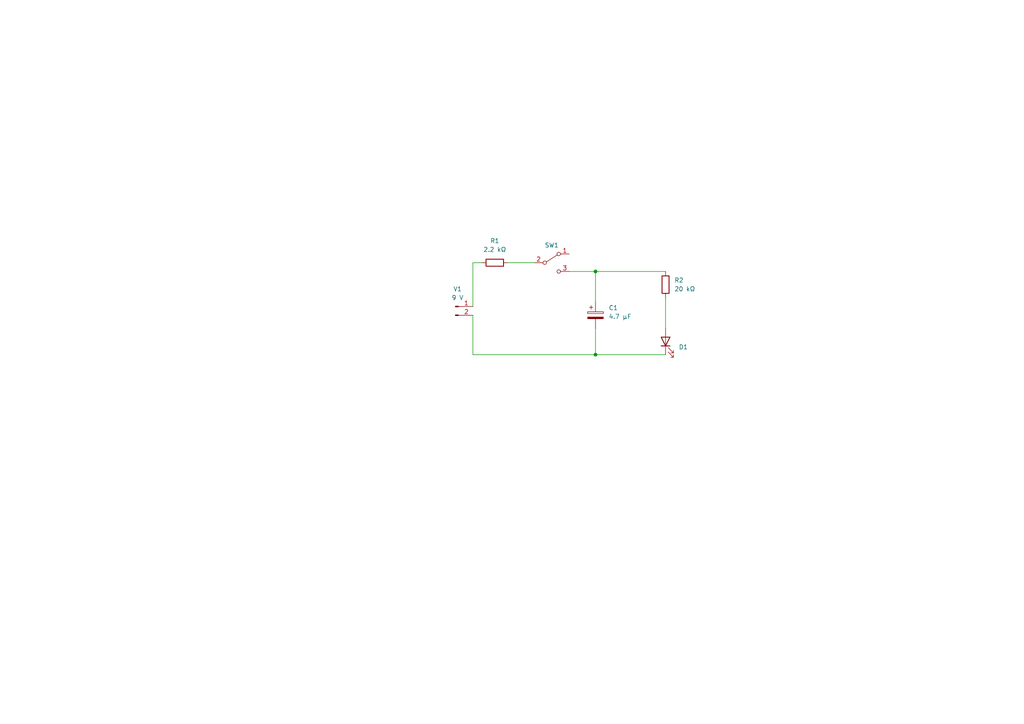
<source format=kicad_sch>
(kicad_sch (version 20211123) (generator eeschema)

  (uuid ff98f1bd-1051-40cd-bc2c-10f9bdc31d72)

  (paper "A4")

  (lib_symbols
    (symbol "Connector:Conn_01x02_Male" (pin_names (offset 1.016) hide) (in_bom yes) (on_board yes)
      (property "Reference" "J" (id 0) (at 0 2.54 0)
        (effects (font (size 1.27 1.27)))
      )
      (property "Value" "Conn_01x02_Male" (id 1) (at 0 -5.08 0)
        (effects (font (size 1.27 1.27)))
      )
      (property "Footprint" "" (id 2) (at 0 0 0)
        (effects (font (size 1.27 1.27)) hide)
      )
      (property "Datasheet" "~" (id 3) (at 0 0 0)
        (effects (font (size 1.27 1.27)) hide)
      )
      (property "ki_keywords" "connector" (id 4) (at 0 0 0)
        (effects (font (size 1.27 1.27)) hide)
      )
      (property "ki_description" "Generic connector, single row, 01x02, script generated (kicad-library-utils/schlib/autogen/connector/)" (id 5) (at 0 0 0)
        (effects (font (size 1.27 1.27)) hide)
      )
      (property "ki_fp_filters" "Connector*:*_1x??_*" (id 6) (at 0 0 0)
        (effects (font (size 1.27 1.27)) hide)
      )
      (symbol "Conn_01x02_Male_1_1"
        (polyline
          (pts
            (xy 1.27 -2.54)
            (xy 0.8636 -2.54)
          )
          (stroke (width 0.1524) (type default) (color 0 0 0 0))
          (fill (type none))
        )
        (polyline
          (pts
            (xy 1.27 0)
            (xy 0.8636 0)
          )
          (stroke (width 0.1524) (type default) (color 0 0 0 0))
          (fill (type none))
        )
        (rectangle (start 0.8636 -2.413) (end 0 -2.667)
          (stroke (width 0.1524) (type default) (color 0 0 0 0))
          (fill (type outline))
        )
        (rectangle (start 0.8636 0.127) (end 0 -0.127)
          (stroke (width 0.1524) (type default) (color 0 0 0 0))
          (fill (type outline))
        )
        (pin passive line (at 5.08 0 180) (length 3.81)
          (name "Pin_1" (effects (font (size 1.27 1.27))))
          (number "1" (effects (font (size 1.27 1.27))))
        )
        (pin passive line (at 5.08 -2.54 180) (length 3.81)
          (name "Pin_2" (effects (font (size 1.27 1.27))))
          (number "2" (effects (font (size 1.27 1.27))))
        )
      )
    )
    (symbol "Device:C_Polarized" (pin_numbers hide) (pin_names (offset 0.254)) (in_bom yes) (on_board yes)
      (property "Reference" "C" (id 0) (at 0.635 2.54 0)
        (effects (font (size 1.27 1.27)) (justify left))
      )
      (property "Value" "C_Polarized" (id 1) (at 0.635 -2.54 0)
        (effects (font (size 1.27 1.27)) (justify left))
      )
      (property "Footprint" "" (id 2) (at 0.9652 -3.81 0)
        (effects (font (size 1.27 1.27)) hide)
      )
      (property "Datasheet" "~" (id 3) (at 0 0 0)
        (effects (font (size 1.27 1.27)) hide)
      )
      (property "ki_keywords" "cap capacitor" (id 4) (at 0 0 0)
        (effects (font (size 1.27 1.27)) hide)
      )
      (property "ki_description" "Polarized capacitor" (id 5) (at 0 0 0)
        (effects (font (size 1.27 1.27)) hide)
      )
      (property "ki_fp_filters" "CP_*" (id 6) (at 0 0 0)
        (effects (font (size 1.27 1.27)) hide)
      )
      (symbol "C_Polarized_0_1"
        (rectangle (start -2.286 0.508) (end 2.286 1.016)
          (stroke (width 0) (type default) (color 0 0 0 0))
          (fill (type none))
        )
        (polyline
          (pts
            (xy -1.778 2.286)
            (xy -0.762 2.286)
          )
          (stroke (width 0) (type default) (color 0 0 0 0))
          (fill (type none))
        )
        (polyline
          (pts
            (xy -1.27 2.794)
            (xy -1.27 1.778)
          )
          (stroke (width 0) (type default) (color 0 0 0 0))
          (fill (type none))
        )
        (rectangle (start 2.286 -0.508) (end -2.286 -1.016)
          (stroke (width 0) (type default) (color 0 0 0 0))
          (fill (type outline))
        )
      )
      (symbol "C_Polarized_1_1"
        (pin passive line (at 0 3.81 270) (length 2.794)
          (name "~" (effects (font (size 1.27 1.27))))
          (number "1" (effects (font (size 1.27 1.27))))
        )
        (pin passive line (at 0 -3.81 90) (length 2.794)
          (name "~" (effects (font (size 1.27 1.27))))
          (number "2" (effects (font (size 1.27 1.27))))
        )
      )
    )
    (symbol "Device:LED" (pin_numbers hide) (pin_names (offset 1.016) hide) (in_bom yes) (on_board yes)
      (property "Reference" "D" (id 0) (at 0 2.54 0)
        (effects (font (size 1.27 1.27)))
      )
      (property "Value" "LED" (id 1) (at 0 -2.54 0)
        (effects (font (size 1.27 1.27)))
      )
      (property "Footprint" "" (id 2) (at 0 0 0)
        (effects (font (size 1.27 1.27)) hide)
      )
      (property "Datasheet" "~" (id 3) (at 0 0 0)
        (effects (font (size 1.27 1.27)) hide)
      )
      (property "ki_keywords" "LED diode" (id 4) (at 0 0 0)
        (effects (font (size 1.27 1.27)) hide)
      )
      (property "ki_description" "Light emitting diode" (id 5) (at 0 0 0)
        (effects (font (size 1.27 1.27)) hide)
      )
      (property "ki_fp_filters" "LED* LED_SMD:* LED_THT:*" (id 6) (at 0 0 0)
        (effects (font (size 1.27 1.27)) hide)
      )
      (symbol "LED_0_1"
        (polyline
          (pts
            (xy -1.27 -1.27)
            (xy -1.27 1.27)
          )
          (stroke (width 0.254) (type default) (color 0 0 0 0))
          (fill (type none))
        )
        (polyline
          (pts
            (xy -1.27 0)
            (xy 1.27 0)
          )
          (stroke (width 0) (type default) (color 0 0 0 0))
          (fill (type none))
        )
        (polyline
          (pts
            (xy 1.27 -1.27)
            (xy 1.27 1.27)
            (xy -1.27 0)
            (xy 1.27 -1.27)
          )
          (stroke (width 0.254) (type default) (color 0 0 0 0))
          (fill (type none))
        )
        (polyline
          (pts
            (xy -3.048 -0.762)
            (xy -4.572 -2.286)
            (xy -3.81 -2.286)
            (xy -4.572 -2.286)
            (xy -4.572 -1.524)
          )
          (stroke (width 0) (type default) (color 0 0 0 0))
          (fill (type none))
        )
        (polyline
          (pts
            (xy -1.778 -0.762)
            (xy -3.302 -2.286)
            (xy -2.54 -2.286)
            (xy -3.302 -2.286)
            (xy -3.302 -1.524)
          )
          (stroke (width 0) (type default) (color 0 0 0 0))
          (fill (type none))
        )
      )
      (symbol "LED_1_1"
        (pin passive line (at -3.81 0 0) (length 2.54)
          (name "K" (effects (font (size 1.27 1.27))))
          (number "1" (effects (font (size 1.27 1.27))))
        )
        (pin passive line (at 3.81 0 180) (length 2.54)
          (name "A" (effects (font (size 1.27 1.27))))
          (number "2" (effects (font (size 1.27 1.27))))
        )
      )
    )
    (symbol "Device:R" (pin_numbers hide) (pin_names (offset 0)) (in_bom yes) (on_board yes)
      (property "Reference" "R" (id 0) (at 2.032 0 90)
        (effects (font (size 1.27 1.27)))
      )
      (property "Value" "R" (id 1) (at 0 0 90)
        (effects (font (size 1.27 1.27)))
      )
      (property "Footprint" "" (id 2) (at -1.778 0 90)
        (effects (font (size 1.27 1.27)) hide)
      )
      (property "Datasheet" "~" (id 3) (at 0 0 0)
        (effects (font (size 1.27 1.27)) hide)
      )
      (property "ki_keywords" "R res resistor" (id 4) (at 0 0 0)
        (effects (font (size 1.27 1.27)) hide)
      )
      (property "ki_description" "Resistor" (id 5) (at 0 0 0)
        (effects (font (size 1.27 1.27)) hide)
      )
      (property "ki_fp_filters" "R_*" (id 6) (at 0 0 0)
        (effects (font (size 1.27 1.27)) hide)
      )
      (symbol "R_0_1"
        (rectangle (start -1.016 -2.54) (end 1.016 2.54)
          (stroke (width 0.254) (type default) (color 0 0 0 0))
          (fill (type none))
        )
      )
      (symbol "R_1_1"
        (pin passive line (at 0 3.81 270) (length 1.27)
          (name "~" (effects (font (size 1.27 1.27))))
          (number "1" (effects (font (size 1.27 1.27))))
        )
        (pin passive line (at 0 -3.81 90) (length 1.27)
          (name "~" (effects (font (size 1.27 1.27))))
          (number "2" (effects (font (size 1.27 1.27))))
        )
      )
    )
    (symbol "Switch:SW_SPDT" (pin_names (offset 0) hide) (in_bom yes) (on_board yes)
      (property "Reference" "SW" (id 0) (at 0 4.318 0)
        (effects (font (size 1.27 1.27)))
      )
      (property "Value" "SW_SPDT" (id 1) (at 0 -5.08 0)
        (effects (font (size 1.27 1.27)))
      )
      (property "Footprint" "" (id 2) (at 0 0 0)
        (effects (font (size 1.27 1.27)) hide)
      )
      (property "Datasheet" "~" (id 3) (at 0 0 0)
        (effects (font (size 1.27 1.27)) hide)
      )
      (property "ki_keywords" "switch single-pole double-throw spdt ON-ON" (id 4) (at 0 0 0)
        (effects (font (size 1.27 1.27)) hide)
      )
      (property "ki_description" "Switch, single pole double throw" (id 5) (at 0 0 0)
        (effects (font (size 1.27 1.27)) hide)
      )
      (symbol "SW_SPDT_0_0"
        (circle (center -2.032 0) (radius 0.508)
          (stroke (width 0) (type default) (color 0 0 0 0))
          (fill (type none))
        )
        (circle (center 2.032 -2.54) (radius 0.508)
          (stroke (width 0) (type default) (color 0 0 0 0))
          (fill (type none))
        )
      )
      (symbol "SW_SPDT_0_1"
        (polyline
          (pts
            (xy -1.524 0.254)
            (xy 1.651 2.286)
          )
          (stroke (width 0) (type default) (color 0 0 0 0))
          (fill (type none))
        )
        (circle (center 2.032 2.54) (radius 0.508)
          (stroke (width 0) (type default) (color 0 0 0 0))
          (fill (type none))
        )
      )
      (symbol "SW_SPDT_1_1"
        (pin passive line (at 5.08 2.54 180) (length 2.54)
          (name "A" (effects (font (size 1.27 1.27))))
          (number "1" (effects (font (size 1.27 1.27))))
        )
        (pin passive line (at -5.08 0 0) (length 2.54)
          (name "B" (effects (font (size 1.27 1.27))))
          (number "2" (effects (font (size 1.27 1.27))))
        )
        (pin passive line (at 5.08 -2.54 180) (length 2.54)
          (name "C" (effects (font (size 1.27 1.27))))
          (number "3" (effects (font (size 1.27 1.27))))
        )
      )
    )
  )


  (junction (at 172.72 102.87) (diameter 0) (color 0 0 0 0)
    (uuid bc5a8237-19ae-44c0-9bdb-fcebea659ad2)
  )
  (junction (at 172.72 78.74) (diameter 0) (color 0 0 0 0)
    (uuid d17c2f3c-81f3-4691-bc4f-da55ad5b6599)
  )

  (wire (pts (xy 137.16 91.44) (xy 137.16 102.87))
    (stroke (width 0) (type default) (color 0 0 0 0))
    (uuid 0f7a6cb3-1acc-40d9-aaa6-e33aec5bda79)
  )
  (wire (pts (xy 137.16 76.2) (xy 139.7 76.2))
    (stroke (width 0) (type default) (color 0 0 0 0))
    (uuid 13ea0bb5-6ee1-4e29-8ee7-a828d0583e1b)
  )
  (wire (pts (xy 147.32 76.2) (xy 154.94 76.2))
    (stroke (width 0) (type default) (color 0 0 0 0))
    (uuid 3c593a49-791d-4abb-b299-dfea96f0e1c0)
  )
  (wire (pts (xy 193.04 86.36) (xy 193.04 95.25))
    (stroke (width 0) (type default) (color 0 0 0 0))
    (uuid 5b78a9c2-9b8e-42d3-9e83-f054cb65fe6d)
  )
  (wire (pts (xy 137.16 88.9) (xy 137.16 76.2))
    (stroke (width 0) (type default) (color 0 0 0 0))
    (uuid 71f5118d-6eff-460a-82f9-925398ab8c73)
  )
  (wire (pts (xy 172.72 102.87) (xy 193.04 102.87))
    (stroke (width 0) (type default) (color 0 0 0 0))
    (uuid 7d53b3fe-36d7-4d68-9d1a-8593cf3cf5d2)
  )
  (wire (pts (xy 172.72 95.25) (xy 172.72 102.87))
    (stroke (width 0) (type default) (color 0 0 0 0))
    (uuid 8e10ccd0-685d-481f-9dde-4c35a2e7022e)
  )
  (wire (pts (xy 172.72 87.63) (xy 172.72 78.74))
    (stroke (width 0) (type default) (color 0 0 0 0))
    (uuid a3603bb3-53d3-477c-b9e1-68be51bc823b)
  )
  (wire (pts (xy 165.1 78.74) (xy 172.72 78.74))
    (stroke (width 0) (type default) (color 0 0 0 0))
    (uuid ab3973ba-e17f-40a5-b93b-cdd9b8789534)
  )
  (wire (pts (xy 137.16 102.87) (xy 172.72 102.87))
    (stroke (width 0) (type default) (color 0 0 0 0))
    (uuid df9542f0-eb75-4ef2-8f95-966802bf44fa)
  )
  (wire (pts (xy 172.72 78.74) (xy 193.04 78.74))
    (stroke (width 0) (type default) (color 0 0 0 0))
    (uuid e01699f7-68e0-4128-8eda-8c52f1df0413)
  )

  (symbol (lib_id "Device:C_Polarized") (at 172.72 91.44 0) (unit 1)
    (in_bom yes) (on_board yes) (fields_autoplaced)
    (uuid 044e40cb-d22c-43f1-b5f0-025dcda1771b)
    (property "Reference" "C1" (id 0) (at 176.53 89.2809 0)
      (effects (font (size 1.27 1.27)) (justify left))
    )
    (property "Value" "4.7 μF" (id 1) (at 176.53 91.8209 0)
      (effects (font (size 1.27 1.27)) (justify left))
    )
    (property "Footprint" "C_Radial_D5.0mm_H5.0mm_P2.00mm" (id 2) (at 173.6852 95.25 0)
      (effects (font (size 1.27 1.27)) hide)
    )
    (property "Datasheet" "~" (id 3) (at 172.72 91.44 0)
      (effects (font (size 1.27 1.27)) hide)
    )
    (pin "1" (uuid 962dfcce-5847-453e-8178-2adc4fbfad47))
    (pin "2" (uuid fddc09a1-45a7-43d5-b353-852be1562a41))
  )

  (symbol (lib_id "Device:R") (at 193.04 82.55 0) (unit 1)
    (in_bom yes) (on_board yes) (fields_autoplaced)
    (uuid 43f586c9-5c50-4e37-81a4-0fba01f4e2f3)
    (property "Reference" "R2" (id 0) (at 195.58 81.2799 0)
      (effects (font (size 1.27 1.27)) (justify left))
    )
    (property "Value" "20 kΩ" (id 1) (at 195.58 83.8199 0)
      (effects (font (size 1.27 1.27)) (justify left))
    )
    (property "Footprint" "R_Axial_DIN0516_L15.5mm_D5.0mm_P20.32mm_Horizontal" (id 2) (at 191.262 82.55 90)
      (effects (font (size 1.27 1.27)) hide)
    )
    (property "Datasheet" "~" (id 3) (at 193.04 82.55 0)
      (effects (font (size 1.27 1.27)) hide)
    )
    (pin "1" (uuid 92fb23d2-fdb9-4065-8a86-e2432e3494f1))
    (pin "2" (uuid 9fd90b18-0ea3-4358-9901-22ca8872473f))
  )

  (symbol (lib_id "Device:LED") (at 193.04 99.06 90) (unit 1)
    (in_bom yes) (on_board yes) (fields_autoplaced)
    (uuid 5e2c1259-0a91-48a8-ae71-817c1341d2f5)
    (property "Reference" "D1" (id 0) (at 196.85 100.6474 90)
      (effects (font (size 1.27 1.27)) (justify right))
    )
    (property "Value" "LED" (id 1) (at 196.85 101.9174 90)
      (effects (font (size 1.27 1.27)) (justify right) hide)
    )
    (property "Footprint" "LED_D5.0mm" (id 2) (at 193.04 99.06 0)
      (effects (font (size 1.27 1.27)) hide)
    )
    (property "Datasheet" "~" (id 3) (at 193.04 99.06 0)
      (effects (font (size 1.27 1.27)) hide)
    )
    (pin "1" (uuid 370db261-fc2a-478e-bedb-eb614f9e5900))
    (pin "2" (uuid 93a7ad37-b87c-48ff-b668-70954c9ef7c8))
  )

  (symbol (lib_id "Switch:SW_SPDT") (at 160.02 76.2 0) (unit 1)
    (in_bom yes) (on_board yes) (fields_autoplaced)
    (uuid be40a689-7e7d-4ca8-a7fa-7062c7440650)
    (property "Reference" "SW1" (id 0) (at 160.02 71.12 0))
    (property "Value" "SW_SPDT" (id 1) (at 160.02 71.12 0)
      (effects (font (size 1.27 1.27)) hide)
    )
    (property "Footprint" "SW_E-Switch_EG1224_SPDT_Angled" (id 2) (at 160.02 76.2 0)
      (effects (font (size 1.27 1.27)) hide)
    )
    (property "Datasheet" "~" (id 3) (at 160.02 76.2 0)
      (effects (font (size 1.27 1.27)) hide)
    )
    (pin "1" (uuid 70084e2e-c653-488b-b1cc-2953d21f471c))
    (pin "2" (uuid 7ab68b8c-079f-4bc6-a2be-5294eab6ad0f))
    (pin "3" (uuid 02ab97ec-2748-401e-a1c2-fad2fc19070e))
  )

  (symbol (lib_id "Connector:Conn_01x02_Male") (at 132.08 88.9 0) (unit 1)
    (in_bom yes) (on_board yes) (fields_autoplaced)
    (uuid c45512f9-7e83-481d-9856-ecf0244cd21e)
    (property "Reference" "V1" (id 0) (at 132.715 83.82 0))
    (property "Value" "9 V" (id 1) (at 132.715 86.36 0))
    (property "Footprint" "JST_PH_B2B-PH-K_1x02_P2.00mm_Vertical" (id 2) (at 132.08 88.9 0)
      (effects (font (size 1.27 1.27)) hide)
    )
    (property "Datasheet" "~" (id 3) (at 132.08 88.9 0)
      (effects (font (size 1.27 1.27)) hide)
    )
    (pin "1" (uuid c50c4eea-808b-4fee-a3bf-b2141f45d0af))
    (pin "2" (uuid 7c7174e8-6b1a-4aee-98b4-aa8b1f697009))
  )

  (symbol (lib_id "Device:R") (at 143.51 76.2 270) (unit 1)
    (in_bom yes) (on_board yes) (fields_autoplaced)
    (uuid fa6be15e-086d-442d-b054-fd839d6bc9b2)
    (property "Reference" "R1" (id 0) (at 143.51 69.85 90))
    (property "Value" "2.2 kΩ" (id 1) (at 143.51 72.39 90))
    (property "Footprint" "R_Axial_DIN0516_L15.5mm_D5.0mm_P20.32mm_Horizontal" (id 2) (at 143.51 74.422 90)
      (effects (font (size 1.27 1.27)) hide)
    )
    (property "Datasheet" "~" (id 3) (at 143.51 76.2 0)
      (effects (font (size 1.27 1.27)) hide)
    )
    (pin "1" (uuid ac2a084c-10ae-487c-870b-31e103f4eca8))
    (pin "2" (uuid 38009f0b-e8f7-4f13-95f1-c70204a3d933))
  )

  (sheet_instances
    (path "/" (page "1"))
  )

  (symbol_instances
    (path "/044e40cb-d22c-43f1-b5f0-025dcda1771b"
      (reference "C1") (unit 1) (value "4.7 μF") (footprint "C_Radial_D5.0mm_H5.0mm_P2.00mm")
    )
    (path "/5e2c1259-0a91-48a8-ae71-817c1341d2f5"
      (reference "D1") (unit 1) (value "LED") (footprint "LED_D5.0mm")
    )
    (path "/fa6be15e-086d-442d-b054-fd839d6bc9b2"
      (reference "R1") (unit 1) (value "2.2 kΩ") (footprint "R_Axial_DIN0516_L15.5mm_D5.0mm_P20.32mm_Horizontal")
    )
    (path "/43f586c9-5c50-4e37-81a4-0fba01f4e2f3"
      (reference "R2") (unit 1) (value "20 kΩ") (footprint "R_Axial_DIN0516_L15.5mm_D5.0mm_P20.32mm_Horizontal")
    )
    (path "/be40a689-7e7d-4ca8-a7fa-7062c7440650"
      (reference "SW1") (unit 1) (value "SW_SPDT") (footprint "SW_E-Switch_EG1224_SPDT_Angled")
    )
    (path "/c45512f9-7e83-481d-9856-ecf0244cd21e"
      (reference "V1") (unit 1) (value "9 V") (footprint "JST_PH_B2B-PH-K_1x02_P2.00mm_Vertical")
    )
  )
)

</source>
